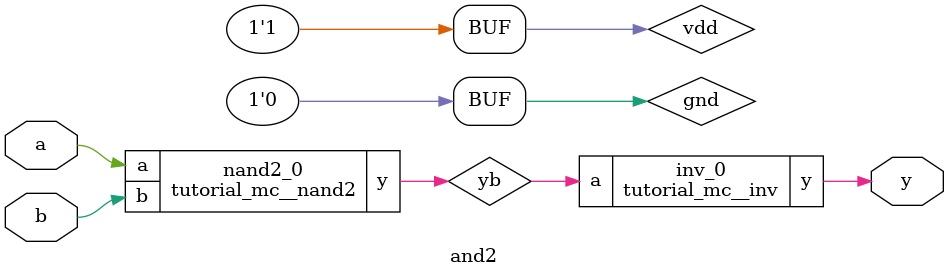
<source format=v>
/* Verilog for cell 'and2{sch}' from library 'tutorial_mc' */
/* Created on Dom mar 24, 2019 16:47:17 */
/* Last revised on Dom mar 24, 2019 17:01:02 */
/* Written on Dom mar 24, 2019 23:33:38 by Electric VLSI Design System, version 9.07 */

module tutorial_mc__inv(a, y);
  input a;
  output y;

  supply1 vdd;
  supply0 gnd;
  tranif1 nmos_0(gnd, y, a);
  tranif0 pmos_0(y, vdd, a);
endmodule   /* tutorial_mc__inv */

module tutorial_mc__nand2(a, b, y);
  input a;
  input b;
  output y;

  supply1 vdd;
  supply0 gnd;
  wire net_2;

  tranif1 nmos_0(gnd, net_2, a);
  tranif1 nmos_1(net_2, y, b);
  tranif0 pmos_0(y, vdd, b);
  tranif0 pmos_1(y, vdd, a);
endmodule   /* tutorial_mc__nand2 */

module and2(a, b, y);
  input a;
  input b;
  output y;

  supply1 vdd;
  supply0 gnd;
  wire yb;

  tutorial_mc__inv inv_0(.a(yb), .y(y));
  tutorial_mc__nand2 nand2_0(.a(a), .b(b), .y(yb));
endmodule   /* and2 */

</source>
